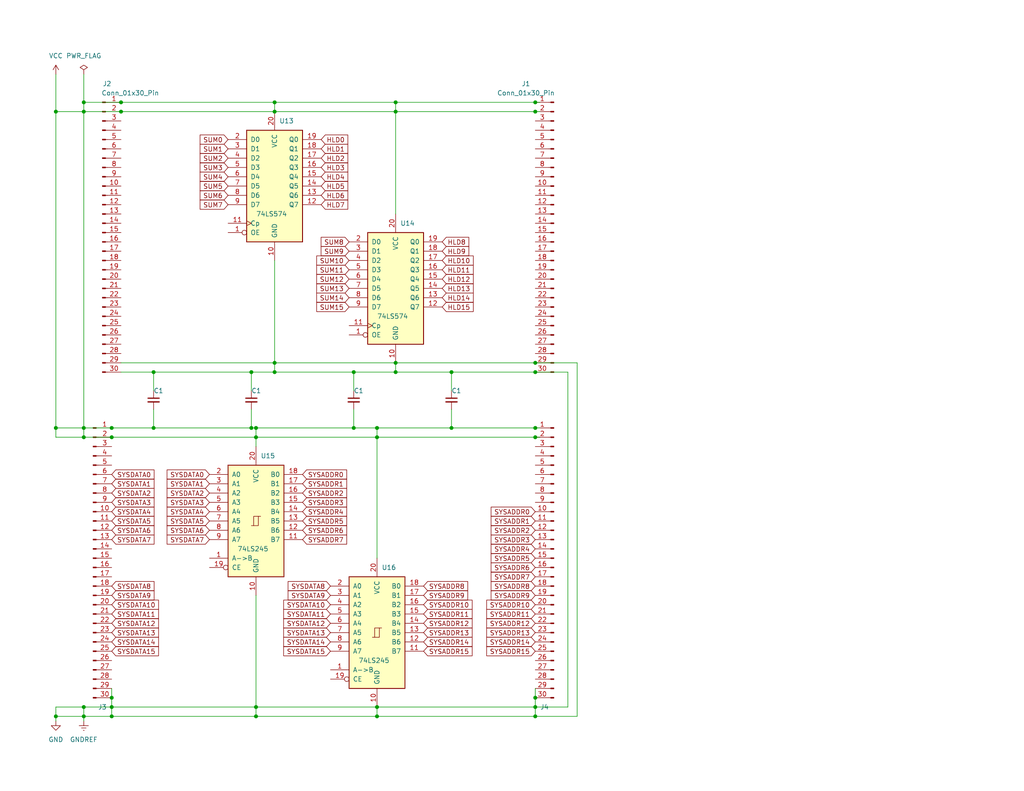
<source format=kicad_sch>
(kicad_sch (version 20230121) (generator eeschema)
  (paper "USLetter")
  (title_block (title "V502 Addressing Unit (Lower Half)"))
  (lib_symbols
    (symbol "74xx:74LS245" (pin_names (offset 1.016))
      (property "Reference" "U" (at -7.62 16.51 0))
      (property "Value" "74LS245" (at -7.62 -16.51 0))
      (symbol "74LS245_1_0"
        (polyline (pts (xy -0.635 -1.27) (xy -0.635 1.27) (xy 0.635 1.27)))
        (polyline (pts (xy -1.27 -1.27) (xy 0.635 -1.27) (xy 0.635 1.27) (xy 1.27 1.27)))
        (pin input line (at -12.7 -10.16 0) (length 5.08) (name "A->B") (number "1"))
        (pin power_in line (at 0 -20.32 90) (length 5.08) (name "GND") (number "10"))
        (pin tri_state line (at 12.7 -5.08 180) (length 5.08) (name "B7") (number "11"))
        (pin tri_state line (at 12.7 -2.54 180) (length 5.08) (name "B6") (number "12"))
        (pin tri_state line (at 12.7 0 180) (length 5.08) (name "B5") (number "13"))
        (pin tri_state line (at 12.7 2.54 180) (length 5.08) (name "B4") (number "14"))
        (pin tri_state line (at 12.7 5.08 180) (length 5.08) (name "B3") (number "15"))
        (pin tri_state line (at 12.7 7.62 180) (length 5.08) (name "B2") (number "16"))
        (pin tri_state line (at 12.7 10.16 180) (length 5.08) (name "B1") (number "17"))
        (pin tri_state line (at 12.7 12.7 180) (length 5.08) (name "B0") (number "18"))
        (pin input inverted (at -12.7 -12.7 0) (length 5.08) (name "CE") (number "19"))
        (pin tri_state line (at -12.7 12.7 0) (length 5.08) (name "A0") (number "2"))
        (pin power_in line (at 0 20.32 270) (length 5.08) (name "VCC") (number "20"))
        (pin tri_state line (at -12.7 10.16 0) (length 5.08) (name "A1") (number "3"))
        (pin tri_state line (at -12.7 7.62 0) (length 5.08) (name "A2") (number "4"))
        (pin tri_state line (at -12.7 5.08 0) (length 5.08) (name "A3") (number "5"))
        (pin tri_state line (at -12.7 2.54 0) (length 5.08) (name "A4") (number "6"))
        (pin tri_state line (at -12.7 0 0) (length 5.08) (name "A5") (number "7"))
        (pin tri_state line (at -12.7 -2.54 0) (length 5.08) (name "A6") (number "8"))
        (pin tri_state line (at -12.7 -5.08 0) (length 5.08) (name "A7") (number "9"))
      )
      (symbol "74LS245_1_1"
        (rectangle (start -7.62 15.24) (end 7.62 -15.24) (stroke (width 0.254)) (fill (type background)))
      )
    )
    (symbol "74xx:74LS574" (pin_names (offset 1.016))
      (property "Reference" "U" (at -7.62 16.51 0))
      (property "Value" "74LS574" (at -7.62 -16.51 0))
      (symbol "74LS574_1_0"
        (pin input inverted (at -12.7 -12.7 0) (length 5.08) (name "OE") (number "1"))
        (pin power_in line (at 0 -20.32 90) (length 5.08) (name "GND") (number "10"))
        (pin input clock (at -12.7 -10.16 0) (length 5.08) (name "Cp") (number "11"))
        (pin tri_state line (at 12.7 -5.08 180) (length 5.08) (name "Q7") (number "12"))
        (pin tri_state line (at 12.7 -2.54 180) (length 5.08) (name "Q6") (number "13"))
        (pin tri_state line (at 12.7 0 180) (length 5.08) (name "Q5") (number "14"))
        (pin tri_state line (at 12.7 2.54 180) (length 5.08) (name "Q4") (number "15"))
        (pin tri_state line (at 12.7 5.08 180) (length 5.08) (name "Q3") (number "16"))
        (pin tri_state line (at 12.7 7.62 180) (length 5.08) (name "Q2") (number "17"))
        (pin tri_state line (at 12.7 10.16 180) (length 5.08) (name "Q1") (number "18"))
        (pin tri_state line (at 12.7 12.7 180) (length 5.08) (name "Q0") (number "19"))
        (pin input line (at -12.7 12.7 0) (length 5.08) (name "D0") (number "2"))
        (pin power_in line (at 0 20.32 270) (length 5.08) (name "VCC") (number "20"))
        (pin input line (at -12.7 10.16 0) (length 5.08) (name "D1") (number "3"))
        (pin input line (at -12.7 7.62 0) (length 5.08) (name "D2") (number "4"))
        (pin input line (at -12.7 5.08 0) (length 5.08) (name "D3") (number "5"))
        (pin input line (at -12.7 2.54 0) (length 5.08) (name "D4") (number "6"))
        (pin input line (at -12.7 0 0) (length 5.08) (name "D5") (number "7"))
        (pin input line (at -12.7 -2.54 0) (length 5.08) (name "D6") (number "8"))
        (pin input line (at -12.7 -5.08 0) (length 5.08) (name "D7") (number "9"))
      )
      (symbol "74LS574_1_1"
        (rectangle (start -7.62 15.24) (end 7.62 -15.24) (stroke (width 0.254)) (fill (type background)))
      )
    )
    (symbol "Connector:Conn_01x30_Pin" (pin_names (offset 1.016) hide)
      (property "Reference" "J" (at 0 38.1 0))
      (property "Value" "Conn_01x30_Pin" (at 0 -40.64 0))
      (symbol "Conn_01x30_Pin_1_1"
        (polyline (pts (xy 1.27 -38.1) (xy 0.8636 -38.1)) (stroke (width 0.1524)))
        (polyline (pts (xy 1.27 -35.56) (xy 0.8636 -35.56)) (stroke (width 0.1524)))
        (polyline (pts (xy 1.27 -33.02) (xy 0.8636 -33.02)) (stroke (width 0.1524)))
        (polyline (pts (xy 1.27 -30.48) (xy 0.8636 -30.48)) (stroke (width 0.1524)))
        (polyline (pts (xy 1.27 -27.94) (xy 0.8636 -27.94)) (stroke (width 0.1524)))
        (polyline (pts (xy 1.27 -25.4) (xy 0.8636 -25.4)) (stroke (width 0.1524)))
        (polyline (pts (xy 1.27 -22.86) (xy 0.8636 -22.86)) (stroke (width 0.1524)))
        (polyline (pts (xy 1.27 -20.32) (xy 0.8636 -20.32)) (stroke (width 0.1524)))
        (polyline (pts (xy 1.27 -17.78) (xy 0.8636 -17.78)) (stroke (width 0.1524)))
        (polyline (pts (xy 1.27 -15.24) (xy 0.8636 -15.24)) (stroke (width 0.1524)))
        (polyline (pts (xy 1.27 -12.7) (xy 0.8636 -12.7)) (stroke (width 0.1524)))
        (polyline (pts (xy 1.27 -10.16) (xy 0.8636 -10.16)) (stroke (width 0.1524)))
        (polyline (pts (xy 1.27 -7.62) (xy 0.8636 -7.62)) (stroke (width 0.1524)))
        (polyline (pts (xy 1.27 -5.08) (xy 0.8636 -5.08)) (stroke (width 0.1524)))
        (polyline (pts (xy 1.27 -2.54) (xy 0.8636 -2.54)) (stroke (width 0.1524)))
        (polyline (pts (xy 1.27 0) (xy 0.8636 0)) (stroke (width 0.1524)))
        (polyline (pts (xy 1.27 2.54) (xy 0.8636 2.54)) (stroke (width 0.1524)))
        (polyline (pts (xy 1.27 5.08) (xy 0.8636 5.08)) (stroke (width 0.1524)))
        (polyline (pts (xy 1.27 7.62) (xy 0.8636 7.62)) (stroke (width 0.1524)))
        (polyline (pts (xy 1.27 10.16) (xy 0.8636 10.16)) (stroke (width 0.1524)))
        (polyline (pts (xy 1.27 12.7) (xy 0.8636 12.7)) (stroke (width 0.1524)))
        (polyline (pts (xy 1.27 15.24) (xy 0.8636 15.24)) (stroke (width 0.1524)))
        (polyline (pts (xy 1.27 17.78) (xy 0.8636 17.78)) (stroke (width 0.1524)))
        (polyline (pts (xy 1.27 20.32) (xy 0.8636 20.32)) (stroke (width 0.1524)))
        (polyline (pts (xy 1.27 22.86) (xy 0.8636 22.86)) (stroke (width 0.1524)))
        (polyline (pts (xy 1.27 25.4) (xy 0.8636 25.4)) (stroke (width 0.1524)))
        (polyline (pts (xy 1.27 27.94) (xy 0.8636 27.94)) (stroke (width 0.1524)))
        (polyline (pts (xy 1.27 30.48) (xy 0.8636 30.48)) (stroke (width 0.1524)))
        (polyline (pts (xy 1.27 33.02) (xy 0.8636 33.02)) (stroke (width 0.1524)))
        (polyline (pts (xy 1.27 35.56) (xy 0.8636 35.56)) (stroke (width 0.1524)))
        (rectangle (start 0.8636 -37.973) (end 0 -38.227) (stroke (width 0.1524)) (fill (type outline)))
        (rectangle (start 0.8636 -35.433) (end 0 -35.687) (stroke (width 0.1524)) (fill (type outline)))
        (rectangle (start 0.8636 -32.893) (end 0 -33.147) (stroke (width 0.1524)) (fill (type outline)))
        (rectangle (start 0.8636 -30.353) (end 0 -30.607) (stroke (width 0.1524)) (fill (type outline)))
        (rectangle (start 0.8636 -27.813) (end 0 -28.067) (stroke (width 0.1524)) (fill (type outline)))
        (rectangle (start 0.8636 -25.273) (end 0 -25.527) (stroke (width 0.1524)) (fill (type outline)))
        (rectangle (start 0.8636 -22.733) (end 0 -22.987) (stroke (width 0.1524)) (fill (type outline)))
        (rectangle (start 0.8636 -20.193) (end 0 -20.447) (stroke (width 0.1524)) (fill (type outline)))
        (rectangle (start 0.8636 -17.653) (end 0 -17.907) (stroke (width 0.1524)) (fill (type outline)))
        (rectangle (start 0.8636 -15.113) (end 0 -15.367) (stroke (width 0.1524)) (fill (type outline)))
        (rectangle (start 0.8636 -12.573) (end 0 -12.827) (stroke (width 0.1524)) (fill (type outline)))
        (rectangle (start 0.8636 -10.033) (end 0 -10.287) (stroke (width 0.1524)) (fill (type outline)))
        (rectangle (start 0.8636 -7.493) (end 0 -7.747) (stroke (width 0.1524)) (fill (type outline)))
        (rectangle (start 0.8636 -4.953) (end 0 -5.207) (stroke (width 0.1524)) (fill (type outline)))
        (rectangle (start 0.8636 -2.413) (end 0 -2.667) (stroke (width 0.1524)) (fill (type outline)))
        (rectangle (start 0.8636 0.127) (end 0 -0.127) (stroke (width 0.1524)) (fill (type outline)))
        (rectangle (start 0.8636 2.667) (end 0 2.413) (stroke (width 0.1524)) (fill (type outline)))
        (rectangle (start 0.8636 5.207) (end 0 4.953) (stroke (width 0.1524)) (fill (type outline)))
        (rectangle (start 0.8636 7.747) (end 0 7.493) (stroke (width 0.1524)) (fill (type outline)))
        (rectangle (start 0.8636 10.287) (end 0 10.033) (stroke (width 0.1524)) (fill (type outline)))
        (rectangle (start 0.8636 12.827) (end 0 12.573) (stroke (width 0.1524)) (fill (type outline)))
        (rectangle (start 0.8636 15.367) (end 0 15.113) (stroke (width 0.1524)) (fill (type outline)))
        (rectangle (start 0.8636 17.907) (end 0 17.653) (stroke (width 0.1524)) (fill (type outline)))
        (rectangle (start 0.8636 20.447) (end 0 20.193) (stroke (width 0.1524)) (fill (type outline)))
        (rectangle (start 0.8636 22.987) (end 0 22.733) (stroke (width 0.1524)) (fill (type outline)))
        (rectangle (start 0.8636 25.527) (end 0 25.273) (stroke (width 0.1524)) (fill (type outline)))
        (rectangle (start 0.8636 28.067) (end 0 27.813) (stroke (width 0.1524)) (fill (type outline)))
        (rectangle (start 0.8636 30.607) (end 0 30.353) (stroke (width 0.1524)) (fill (type outline)))
        (rectangle (start 0.8636 33.147) (end 0 32.893) (stroke (width 0.1524)) (fill (type outline)))
        (rectangle (start 0.8636 35.687) (end 0 35.433) (stroke (width 0.1524)) (fill (type outline)))
        (pin passive line (at 5.08 35.56 180) (length 3.81) (name "Pin_1") (number "1"))
        (pin passive line (at 5.08 12.7 180) (length 3.81) (name "Pin_10") (number "10"))
        (pin passive line (at 5.08 10.16 180) (length 3.81) (name "Pin_11") (number "11"))
        (pin passive line (at 5.08 7.62 180) (length 3.81) (name "Pin_12") (number "12"))
        (pin passive line (at 5.08 5.08 180) (length 3.81) (name "Pin_13") (number "13"))
        (pin passive line (at 5.08 2.54 180) (length 3.81) (name "Pin_14") (number "14"))
        (pin passive line (at 5.08 0 180) (length 3.81) (name "Pin_15") (number "15"))
        (pin passive line (at 5.08 -2.54 180) (length 3.81) (name "Pin_16") (number "16"))
        (pin passive line (at 5.08 -5.08 180) (length 3.81) (name "Pin_17") (number "17"))
        (pin passive line (at 5.08 -7.62 180) (length 3.81) (name "Pin_18") (number "18"))
        (pin passive line (at 5.08 -10.16 180) (length 3.81) (name "Pin_19") (number "19"))
        (pin passive line (at 5.08 33.02 180) (length 3.81) (name "Pin_2") (number "2"))
        (pin passive line (at 5.08 -12.7 180) (length 3.81) (name "Pin_20") (number "20"))
        (pin passive line (at 5.08 -15.24 180) (length 3.81) (name "Pin_21") (number "21"))
        (pin passive line (at 5.08 -17.78 180) (length 3.81) (name "Pin_22") (number "22"))
        (pin passive line (at 5.08 -20.32 180) (length 3.81) (name "Pin_23") (number "23"))
        (pin passive line (at 5.08 -22.86 180) (length 3.81) (name "Pin_24") (number "24"))
        (pin passive line (at 5.08 -25.4 180) (length 3.81) (name "Pin_25") (number "25"))
        (pin passive line (at 5.08 -27.94 180) (length 3.81) (name "Pin_26") (number "26"))
        (pin passive line (at 5.08 -30.48 180) (length 3.81) (name "Pin_27") (number "27"))
        (pin passive line (at 5.08 -33.02 180) (length 3.81) (name "Pin_28") (number "28"))
        (pin passive line (at 5.08 -35.56 180) (length 3.81) (name "Pin_29") (number "29"))
        (pin passive line (at 5.08 30.48 180) (length 3.81) (name "Pin_3") (number "3"))
        (pin passive line (at 5.08 -38.1 180) (length 3.81) (name "Pin_30") (number "30"))
        (pin passive line (at 5.08 27.94 180) (length 3.81) (name "Pin_4") (number "4"))
        (pin passive line (at 5.08 25.4 180) (length 3.81) (name "Pin_5") (number "5"))
        (pin passive line (at 5.08 22.86 180) (length 3.81) (name "Pin_6") (number "6"))
        (pin passive line (at 5.08 20.32 180) (length 3.81) (name "Pin_7") (number "7"))
        (pin passive line (at 5.08 17.78 180) (length 3.81) (name "Pin_8") (number "8"))
        (pin passive line (at 5.08 15.24 180) (length 3.81) (name "Pin_9") (number "9"))
      )
    )
    (symbol "Device:C_Small" (pin_numbers hide) (pin_names (offset 0.254) hide)
      (property "Reference" "C" (at 0.254 1.778 0))
      (property "Value" "C_Small" (at 0.254 -2.032 0))
      (symbol "C_Small_0_1"
        (polyline (pts (xy -1.524 -0.508) (xy 1.524 -0.508)) (stroke (width 0.3302)))
        (polyline (pts (xy -1.524 0.508) (xy 1.524 0.508)) (stroke (width 0.3048)))
      )
      (symbol "C_Small_1_1"
        (pin passive line (at 0 2.54 270) (length 2.032) (name "~") (number "1"))
        (pin passive line (at 0 -2.54 90) (length 2.032) (name "~") (number "2"))
      )
    )
    (symbol "power:GND" (power) (pin_names (offset 0))
      (property "Value" "GND" (at 0 -3.81 0))
      (symbol "GND_0_1"
        (polyline (pts (xy 0 0) (xy 0 -1.27) (xy 1.27 -1.27) (xy 0 -2.54) (xy -1.27 -1.27) (xy 0 -1.27)))
      )
      (symbol "GND_1_1"
        (pin power_in line (at 0 0 270) (length 0) hide (name "GND") (number "1"))
      )
    )
    (symbol "power:GNDREF" (power) (pin_names (offset 0))
      (property "Value" "GNDREF" (at 0 -3.81 0))
      (symbol "GNDREF_0_1"
        (polyline (pts (xy -0.635 -1.905) (xy 0.635 -1.905)))
        (polyline (pts (xy -0.127 -2.54) (xy 0.127 -2.54)))
        (polyline (pts (xy 0 -1.27) (xy 0 0)))
        (polyline (pts (xy 1.27 -1.27) (xy -1.27 -1.27)))
      )
      (symbol "GNDREF_1_1"
        (pin power_in line (at 0 0 270) (length 0) hide (name "GNDREF") (number "1"))
      )
    )
    (symbol "power:PWR_FLAG" (power) (pin_numbers hide) (pin_names (offset 0) hide)
      (property "Value" "PWR_FLAG" (at 0 3.81 0))
      (symbol "PWR_FLAG_0_0"
        (pin power_out line (at 0 0 90) (length 0) (name "pwr") (number "1"))
      )
      (symbol "PWR_FLAG_0_1"
        (polyline (pts (xy 0 0) (xy 0 1.27) (xy -1.016 1.905) (xy 0 2.54) (xy 1.016 1.905) (xy 0 1.27)))
      )
    )
    (symbol "power:VCC" (power) (pin_names (offset 0))
      (property "Value" "VCC" (at 0 3.81 0))
      (symbol "VCC_0_1"
        (polyline (pts (xy -0.762 1.27) (xy 0 2.54)))
        (polyline (pts (xy 0 0) (xy 0 2.54)))
        (polyline (pts (xy 0 2.54) (xy 0.762 1.27)))
      )
      (symbol "VCC_1_1"
        (pin power_in line (at 0 0 90) (length 0) hide (name "VCC") (number "1"))
      )
    )
  )
  (junction (at 107.95 27.94))
  (junction (at 15.24 30.48))
  (junction (at 102.87 195.58))
  (junction (at 30.48 116.84))
  (junction (at 15.24 195.58))
  (junction (at 68.58 101.6))
  (junction (at 146.05 195.58))
  (junction (at 146.05 101.6))
  (junction (at 69.85 119.38))
  (junction (at 22.86 27.94))
  (junction (at 41.91 101.6))
  (junction (at 30.48 190.5))
  (junction (at 69.85 195.58))
  (junction (at 74.93 99.06))
  (junction (at 102.87 193.04))
  (junction (at 74.93 101.6))
  (junction (at 102.87 119.38))
  (junction (at 22.86 30.48))
  (junction (at 22.86 195.58))
  (junction (at 146.05 99.06))
  (junction (at 69.85 193.04))
  (junction (at 15.24 116.84))
  (junction (at 33.02 27.94))
  (junction (at 146.05 119.38))
  (junction (at 74.93 27.94))
  (junction (at 96.52 101.6))
  (junction (at 74.93 30.48))
  (junction (at 96.52 116.84))
  (junction (at 22.86 193.04))
  (junction (at 30.48 119.38))
  (junction (at 107.95 30.48))
  (junction (at 41.91 116.84))
  (junction (at 33.02 30.48))
  (junction (at 68.58 116.84))
  (junction (at 146.05 193.04))
  (junction (at 146.05 190.5))
  (junction (at 107.95 101.6))
  (junction (at 30.48 193.04))
  (junction (at 22.86 116.84))
  (junction (at 30.48 195.58))
  (junction (at 107.95 99.06))
  (junction (at 123.19 116.84))
  (junction (at 22.86 119.38))
  (junction (at 146.05 30.48))
  (junction (at 102.87 116.84))
  (junction (at 146.05 116.84))
  (junction (at 69.85 116.84))
  (junction (at 123.19 101.6))
  (junction (at 146.05 27.94))
  (wire (pts (xy 74.93 99.06) (xy 74.93 101.6)))
  (wire (pts (xy 22.86 116.84) (xy 22.86 119.38)))
  (wire (pts (xy 102.87 193.04) (xy 146.05 193.04)))
  (wire (pts (xy 22.86 27.94) (xy 22.86 30.48)))
  (wire (pts (xy 68.58 101.6) (xy 68.58 106.68)))
  (wire (pts (xy 22.86 116.84) (xy 30.48 116.84)))
  (wire (pts (xy 102.87 195.58) (xy 146.05 195.58)))
  (wire (pts (xy 74.93 27.94) (xy 74.93 30.48)))
  (wire (pts (xy 69.85 162.56) (xy 69.85 193.04)))
  (wire (pts (xy 146.05 101.6) (xy 154.94 101.6)))
  (wire (pts (xy 30.48 187.96) (xy 30.48 190.5)))
  (wire (pts (xy 22.86 193.04) (xy 22.86 195.58)))
  (wire (pts (xy 123.19 116.84) (xy 146.05 116.84)))
  (wire (pts (xy 15.24 116.84) (xy 22.86 116.84)))
  (wire (pts (xy 146.05 27.94) (xy 147.32 27.94)))
  (wire (pts (xy 68.58 116.84) (xy 69.85 116.84)))
  (wire (pts (xy 15.24 30.48) (xy 22.86 30.48)))
  (wire (pts (xy 15.24 119.38) (xy 22.86 119.38)))
  (wire (pts (xy 33.02 99.06) (xy 74.93 99.06)))
  (wire (pts (xy 102.87 193.04) (xy 102.87 195.58)))
  (wire (pts (xy 107.95 27.94) (xy 146.05 27.94)))
  (wire (pts (xy 33.02 27.94) (xy 74.93 27.94)))
  (wire (pts (xy 22.86 20.32) (xy 22.86 27.94)))
  (wire (pts (xy 74.93 99.06) (xy 107.95 99.06)))
  (wire (pts (xy 102.87 116.84) (xy 102.87 119.38)))
  (wire (pts (xy 69.85 193.04) (xy 102.87 193.04)))
  (wire (pts (xy 69.85 116.84) (xy 96.52 116.84)))
  (wire (pts (xy 157.48 195.58) (xy 157.48 99.06)))
  (wire (pts (xy 15.24 193.04) (xy 22.86 193.04)))
  (wire (pts (xy 41.91 111.76) (xy 41.91 116.84)))
  (wire (pts (xy 146.05 193.04) (xy 146.05 190.5)))
  (wire (pts (xy 107.95 30.48) (xy 146.05 30.48)))
  (wire (pts (xy 96.52 111.76) (xy 96.52 116.84)))
  (wire (pts (xy 30.48 190.5) (xy 30.48 193.04)))
  (wire (pts (xy 123.19 101.6) (xy 123.19 106.68)))
  (wire (pts (xy 69.85 116.84) (xy 69.85 119.38)))
  (wire (pts (xy 107.95 99.06) (xy 107.95 101.6)))
  (wire (pts (xy 96.52 101.6) (xy 96.52 106.68)))
  (wire (pts (xy 15.24 193.04) (xy 15.24 195.58)))
  (wire (pts (xy 30.48 195.58) (xy 69.85 195.58)))
  (wire (pts (xy 68.58 111.76) (xy 68.58 116.84)))
  (wire (pts (xy 102.87 119.38) (xy 146.05 119.38)))
  (wire (pts (xy 69.85 195.58) (xy 102.87 195.58)))
  (wire (pts (xy 41.91 116.84) (xy 68.58 116.84)))
  (wire (pts (xy 41.91 101.6) (xy 41.91 106.68)))
  (wire (pts (xy 22.86 30.48) (xy 33.02 30.48)))
  (wire (pts (xy 102.87 116.84) (xy 123.19 116.84)))
  (wire (pts (xy 30.48 119.38) (xy 69.85 119.38)))
  (wire (pts (xy 68.58 101.6) (xy 74.93 101.6)))
  (wire (pts (xy 30.48 119.38) (xy 22.86 119.38)))
  (wire (pts (xy 96.52 101.6) (xy 107.95 101.6)))
  (wire (pts (xy 146.05 187.96) (xy 146.05 190.5)))
  (wire (pts (xy 74.93 71.12) (xy 74.93 99.06)))
  (wire (pts (xy 15.24 119.38) (xy 15.24 116.84)))
  (wire (pts (xy 107.95 30.48) (xy 107.95 58.42)))
  (wire (pts (xy 74.93 101.6) (xy 96.52 101.6)))
  (wire (pts (xy 146.05 193.04) (xy 154.94 193.04)))
  (wire (pts (xy 74.93 27.94) (xy 107.95 27.94)))
  (wire (pts (xy 107.95 101.6) (xy 123.19 101.6)))
  (wire (pts (xy 146.05 195.58) (xy 157.48 195.58)))
  (wire (pts (xy 15.24 30.48) (xy 15.24 116.84)))
  (wire (pts (xy 123.19 111.76) (xy 123.19 116.84)))
  (wire (pts (xy 33.02 101.6) (xy 41.91 101.6)))
  (wire (pts (xy 96.52 116.84) (xy 102.87 116.84)))
  (wire (pts (xy 107.95 99.06) (xy 146.05 99.06)))
  (wire (pts (xy 22.86 27.94) (xy 33.02 27.94)))
  (wire (pts (xy 146.05 99.06) (xy 157.48 99.06)))
  (wire (pts (xy 154.94 193.04) (xy 154.94 101.6)))
  (wire (pts (xy 69.85 119.38) (xy 102.87 119.38)))
  (wire (pts (xy 30.48 195.58) (xy 30.48 193.04)))
  (wire (pts (xy 22.86 30.48) (xy 22.86 116.84)))
  (wire (pts (xy 69.85 193.04) (xy 69.85 195.58)))
  (wire (pts (xy 146.05 195.58) (xy 146.05 193.04)))
  (wire (pts (xy 41.91 101.6) (xy 68.58 101.6)))
  (wire (pts (xy 74.93 30.48) (xy 107.95 30.48)))
  (wire (pts (xy 22.86 196.85) (xy 22.86 195.58)))
  (wire (pts (xy 22.86 193.04) (xy 30.48 193.04)))
  (wire (pts (xy 123.19 101.6) (xy 146.05 101.6)))
  (wire (pts (xy 146.05 116.84) (xy 147.32 116.84)))
  (wire (pts (xy 30.48 193.04) (xy 69.85 193.04)))
  (wire (pts (xy 146.05 119.38) (xy 147.32 119.38)))
  (wire (pts (xy 30.48 116.84) (xy 41.91 116.84)))
  (wire (pts (xy 22.86 195.58) (xy 30.48 195.58)))
  (wire (pts (xy 102.87 119.38) (xy 102.87 152.4)))
  (wire (pts (xy 15.24 20.32) (xy 15.24 30.48)))
  (wire (pts (xy 33.02 30.48) (xy 74.93 30.48)))
  (wire (pts (xy 15.24 195.58) (xy 22.86 195.58)))
  (wire (pts (xy 107.95 27.94) (xy 107.95 30.48)))
  (wire (pts (xy 69.85 119.38) (xy 69.85 121.92)))
  (wire (pts (xy 146.05 30.48) (xy 147.32 30.48)))
  (wire (pts (xy 15.24 196.85) (xy 15.24 195.58)))
  (global_label "SYSADDR9" (shape input) (at 146.05 162.56 180) (property "Intersheetrefs" "${INTERSHEET_REFS}" (effects hide)))
  (global_label "SYSADDR4" (shape input) (at 146.05 149.86 180) (property "Intersheetrefs" "${INTERSHEET_REFS}" (effects hide)))
  (global_label "SYSADDR15" (shape input) (at 146.05 177.8 180) (property "Intersheetrefs" "${INTERSHEET_REFS}" (effects hide)))
  (global_label "SYSDATA3" (shape input) (at 57.15 137.16 180) (property "Intersheetrefs" "${INTERSHEET_REFS}" (effects hide)))
  (global_label "HLD4" (shape input) (at 87.63 48.26 0) (property "Intersheetrefs" "${INTERSHEET_REFS}" (effects hide)))
  (global_label "SYSADDR3" (shape input) (at 82.55 137.16 0) (property "Intersheetrefs" "${INTERSHEET_REFS}" (effects hide)))
  (global_label "SYSADDR11" (shape input) (at 146.05 167.64 180) (property "Intersheetrefs" "${INTERSHEET_REFS}" (effects hide)))
  (global_label "HLD3" (shape input) (at 87.63 45.72 0) (property "Intersheetrefs" "${INTERSHEET_REFS}" (effects hide)))
  (global_label "SYSADDR8" (shape input) (at 115.57 160.02 0) (property "Intersheetrefs" "${INTERSHEET_REFS}" (effects hide)))
  (global_label "SUM10" (shape input) (at 95.25 71.12 180) (property "Intersheetrefs" "${INTERSHEET_REFS}" (effects hide)))
  (global_label "HLD15" (shape input) (at 120.65 83.82 0) (property "Intersheetrefs" "${INTERSHEET_REFS}" (effects hide)))
  (global_label "SYSADDR2" (shape input) (at 82.55 134.62 0) (property "Intersheetrefs" "${INTERSHEET_REFS}" (effects hide)))
  (global_label "SYSADDR5" (shape input) (at 82.55 142.24 0) (property "Intersheetrefs" "${INTERSHEET_REFS}" (effects hide)))
  (global_label "SYSDATA9" (shape input) (at 90.17 162.56 180) (property "Intersheetrefs" "${INTERSHEET_REFS}" (effects hide)))
  (global_label "HLD9" (shape input) (at 120.65 68.58 0) (property "Intersheetrefs" "${INTERSHEET_REFS}" (effects hide)))
  (global_label "SUM12" (shape input) (at 95.25 76.2 180) (property "Intersheetrefs" "${INTERSHEET_REFS}" (effects hide)))
  (global_label "SYSDATA0" (shape input) (at 30.48 129.54 0) (property "Intersheetrefs" "${INTERSHEET_REFS}" (effects hide)))
  (global_label "SYSDATA12" (shape input) (at 30.48 170.18 0) (property "Intersheetrefs" "${INTERSHEET_REFS}" (effects hide)))
  (global_label "SYSADDR14" (shape input) (at 115.57 175.26 0) (property "Intersheetrefs" "${INTERSHEET_REFS}" (effects hide)))
  (global_label "SYSADDR5" (shape input) (at 146.05 152.4 180) (property "Intersheetrefs" "${INTERSHEET_REFS}" (effects hide)))
  (global_label "SYSDATA2" (shape input) (at 30.48 134.62 0) (property "Intersheetrefs" "${INTERSHEET_REFS}" (effects hide)))
  (global_label "SYSDATA4" (shape input) (at 57.15 139.7 180) (property "Intersheetrefs" "${INTERSHEET_REFS}" (effects hide)))
  (global_label "SUM9" (shape input) (at 95.25 68.58 180) (property "Intersheetrefs" "${INTERSHEET_REFS}" (effects hide)))
  (global_label "SUM14" (shape input) (at 95.25 81.28 180) (property "Intersheetrefs" "${INTERSHEET_REFS}" (effects hide)))
  (global_label "SYSADDR14" (shape input) (at 146.05 175.26 180) (property "Intersheetrefs" "${INTERSHEET_REFS}" (effects hide)))
  (global_label "HLD2" (shape input) (at 87.63 43.18 0) (property "Intersheetrefs" "${INTERSHEET_REFS}" (effects hide)))
  (global_label "SYSDATA15" (shape input) (at 30.48 177.8 0) (property "Intersheetrefs" "${INTERSHEET_REFS}" (effects hide)))
  (global_label "SYSDATA4" (shape input) (at 30.48 139.7 0) (property "Intersheetrefs" "${INTERSHEET_REFS}" (effects hide)))
  (global_label "HLD7" (shape input) (at 87.63 55.88 0) (property "Intersheetrefs" "${INTERSHEET_REFS}" (effects hide)))
  (global_label "SUM15" (shape input) (at 95.25 83.82 180) (property "Intersheetrefs" "${INTERSHEET_REFS}" (effects hide)))
  (global_label "SYSDATA6" (shape input) (at 30.48 144.78 0) (property "Intersheetrefs" "${INTERSHEET_REFS}" (effects hide)))
  (global_label "SYSDATA12" (shape input) (at 90.17 170.18 180) (property "Intersheetrefs" "${INTERSHEET_REFS}" (effects hide)))
  (global_label "HLD10" (shape input) (at 120.65 71.12 0) (property "Intersheetrefs" "${INTERSHEET_REFS}" (effects hide)))
  (global_label "SUM7" (shape input) (at 62.23 55.88 180) (property "Intersheetrefs" "${INTERSHEET_REFS}" (effects hide)))
  (global_label "SYSDATA5" (shape input) (at 57.15 142.24 180) (property "Intersheetrefs" "${INTERSHEET_REFS}" (effects hide)))
  (global_label "SYSADDR1" (shape input) (at 146.05 142.24 180) (property "Intersheetrefs" "${INTERSHEET_REFS}" (effects hide)))
  (global_label "SUM3" (shape input) (at 62.23 45.72 180) (property "Intersheetrefs" "${INTERSHEET_REFS}" (effects hide)))
  (global_label "SYSADDR10" (shape input) (at 115.57 165.1 0) (property "Intersheetrefs" "${INTERSHEET_REFS}" (effects hide)))
  (global_label "SYSDATA7" (shape input) (at 30.48 147.32 0) (property "Intersheetrefs" "${INTERSHEET_REFS}" (effects hide)))
  (global_label "SYSADDR8" (shape input) (at 146.05 160.02 180) (property "Intersheetrefs" "${INTERSHEET_REFS}" (effects hide)))
  (global_label "SYSADDR2" (shape input) (at 146.05 144.78 180) (property "Intersheetrefs" "${INTERSHEET_REFS}" (effects hide)))
  (global_label "SYSADDR11" (shape input) (at 115.57 167.64 0) (property "Intersheetrefs" "${INTERSHEET_REFS}" (effects hide)))
  (global_label "SYSADDR4" (shape input) (at 82.55 139.7 0) (property "Intersheetrefs" "${INTERSHEET_REFS}" (effects hide)))
  (global_label "SUM6" (shape input) (at 62.23 53.34 180) (property "Intersheetrefs" "${INTERSHEET_REFS}" (effects hide)))
  (global_label "SYSADDR1" (shape input) (at 82.55 132.08 0) (property "Intersheetrefs" "${INTERSHEET_REFS}" (effects hide)))
  (global_label "SYSADDR10" (shape input) (at 146.05 165.1 180) (property "Intersheetrefs" "${INTERSHEET_REFS}" (effects hide)))
  (global_label "HLD5" (shape input) (at 87.63 50.8 0) (property "Intersheetrefs" "${INTERSHEET_REFS}" (effects hide)))
  (global_label "SYSDATA11" (shape input) (at 90.17 167.64 180) (property "Intersheetrefs" "${INTERSHEET_REFS}" (effects hide)))
  (global_label "SUM11" (shape input) (at 95.25 73.66 180) (property "Intersheetrefs" "${INTERSHEET_REFS}" (effects hide)))
  (global_label "HLD0" (shape input) (at 87.63 38.1 0) (property "Intersheetrefs" "${INTERSHEET_REFS}" (effects hide)))
  (global_label "SYSDATA3" (shape input) (at 30.48 137.16 0) (property "Intersheetrefs" "${INTERSHEET_REFS}" (effects hide)))
  (global_label "SYSADDR7" (shape input) (at 146.05 157.48 180) (property "Intersheetrefs" "${INTERSHEET_REFS}" (effects hide)))
  (global_label "SYSDATA6" (shape input) (at 57.15 144.78 180) (property "Intersheetrefs" "${INTERSHEET_REFS}" (effects hide)))
  (global_label "SYSDATA10" (shape input) (at 90.17 165.1 180) (property "Intersheetrefs" "${INTERSHEET_REFS}" (effects hide)))
  (global_label "SYSDATA0" (shape input) (at 57.15 129.54 180) (property "Intersheetrefs" "${INTERSHEET_REFS}" (effects hide)))
  (global_label "SUM13" (shape input) (at 95.25 78.74 180) (property "Intersheetrefs" "${INTERSHEET_REFS}" (effects hide)))
  (global_label "HLD12" (shape input) (at 120.65 76.2 0) (property "Intersheetrefs" "${INTERSHEET_REFS}" (effects hide)))
  (global_label "SUM1" (shape input) (at 62.23 40.64 180) (property "Intersheetrefs" "${INTERSHEET_REFS}" (effects hide)))
  (global_label "SYSADDR15" (shape input) (at 115.57 177.8 0) (property "Intersheetrefs" "${INTERSHEET_REFS}" (effects hide)))
  (global_label "SYSDATA11" (shape input) (at 30.48 167.64 0) (property "Intersheetrefs" "${INTERSHEET_REFS}" (effects hide)))
  (global_label "SYSADDR0" (shape input) (at 146.05 139.7 180) (property "Intersheetrefs" "${INTERSHEET_REFS}" (effects hide)))
  (global_label "HLD8" (shape input) (at 120.65 66.04 0) (property "Intersheetrefs" "${INTERSHEET_REFS}" (effects hide)))
  (global_label "SYSADDR13" (shape input) (at 115.57 172.72 0) (property "Intersheetrefs" "${INTERSHEET_REFS}" (effects hide)))
  (global_label "SYSDATA14" (shape input) (at 90.17 175.26 180) (property "Intersheetrefs" "${INTERSHEET_REFS}" (effects hide)))
  (global_label "SYSADDR12" (shape input) (at 115.57 170.18 0) (property "Intersheetrefs" "${INTERSHEET_REFS}" (effects hide)))
  (global_label "HLD11" (shape input) (at 120.65 73.66 0) (property "Intersheetrefs" "${INTERSHEET_REFS}" (effects hide)))
  (global_label "SYSADDR0" (shape input) (at 82.55 129.54 0) (property "Intersheetrefs" "${INTERSHEET_REFS}" (effects hide)))
  (global_label "SYSDATA14" (shape input) (at 30.48 175.26 0) (property "Intersheetrefs" "${INTERSHEET_REFS}" (effects hide)))
  (global_label "SYSADDR9" (shape input) (at 115.57 162.56 0) (property "Intersheetrefs" "${INTERSHEET_REFS}" (effects hide)))
  (global_label "SYSDATA7" (shape input) (at 57.15 147.32 180) (property "Intersheetrefs" "${INTERSHEET_REFS}" (effects hide)))
  (global_label "SYSDATA1" (shape input) (at 57.15 132.08 180) (property "Intersheetrefs" "${INTERSHEET_REFS}" (effects hide)))
  (global_label "SYSDATA1" (shape input) (at 30.48 132.08 0) (property "Intersheetrefs" "${INTERSHEET_REFS}" (effects hide)))
  (global_label "SUM0" (shape input) (at 62.23 38.1 180) (property "Intersheetrefs" "${INTERSHEET_REFS}" (effects hide)))
  (global_label "SYSDATA9" (shape input) (at 30.48 162.56 0) (property "Intersheetrefs" "${INTERSHEET_REFS}" (effects hide)))
  (global_label "SUM2" (shape input) (at 62.23 43.18 180) (property "Intersheetrefs" "${INTERSHEET_REFS}" (effects hide)))
  (global_label "SYSDATA8" (shape input) (at 90.17 160.02 180) (property "Intersheetrefs" "${INTERSHEET_REFS}" (effects hide)))
  (global_label "SYSDATA13" (shape input) (at 90.17 172.72 180) (property "Intersheetrefs" "${INTERSHEET_REFS}" (effects hide)))
  (global_label "SYSADDR6" (shape input) (at 82.55 144.78 0) (property "Intersheetrefs" "${INTERSHEET_REFS}" (effects hide)))
  (global_label "SYSDATA2" (shape input) (at 57.15 134.62 180) (property "Intersheetrefs" "${INTERSHEET_REFS}" (effects hide)))
  (global_label "HLD6" (shape input) (at 87.63 53.34 0) (property "Intersheetrefs" "${INTERSHEET_REFS}" (effects hide)))
  (global_label "SUM4" (shape input) (at 62.23 48.26 180) (property "Intersheetrefs" "${INTERSHEET_REFS}" (effects hide)))
  (global_label "SUM5" (shape input) (at 62.23 50.8 180) (property "Intersheetrefs" "${INTERSHEET_REFS}" (effects hide)))
  (global_label "SYSADDR13" (shape input) (at 146.05 172.72 180) (property "Intersheetrefs" "${INTERSHEET_REFS}" (effects hide)))
  (global_label "SYSDATA10" (shape input) (at 30.48 165.1 0) (property "Intersheetrefs" "${INTERSHEET_REFS}" (effects hide)))
  (global_label "SYSADDR7" (shape input) (at 82.55 147.32 0) (property "Intersheetrefs" "${INTERSHEET_REFS}" (effects hide)))
  (global_label "HLD13" (shape input) (at 120.65 78.74 0) (property "Intersheetrefs" "${INTERSHEET_REFS}" (effects hide)))
  (global_label "SUM8" (shape input) (at 95.25 66.04 180) (property "Intersheetrefs" "${INTERSHEET_REFS}" (effects hide)))
  (global_label "HLD14" (shape input) (at 120.65 81.28 0) (property "Intersheetrefs" "${INTERSHEET_REFS}" (effects hide)))
  (global_label "SYSADDR6" (shape input) (at 146.05 154.94 180) (property "Intersheetrefs" "${INTERSHEET_REFS}" (effects hide)))
  (global_label "SYSADDR3" (shape input) (at 146.05 147.32 180) (property "Intersheetrefs" "${INTERSHEET_REFS}" (effects hide)))
  (global_label "SYSDATA15" (shape input) (at 90.17 177.8 180) (property "Intersheetrefs" "${INTERSHEET_REFS}" (effects hide)))
  (global_label "SYSDATA8" (shape input) (at 30.48 160.02 0) (property "Intersheetrefs" "${INTERSHEET_REFS}" (effects hide)))
  (global_label "HLD1" (shape input) (at 87.63 40.64 0) (property "Intersheetrefs" "${INTERSHEET_REFS}" (effects hide)))
  (global_label "SYSDATA5" (shape input) (at 30.48 142.24 0) (property "Intersheetrefs" "${INTERSHEET_REFS}" (effects hide)))
  (global_label "SYSDATA13" (shape input) (at 30.48 172.72 0) (property "Intersheetrefs" "${INTERSHEET_REFS}" (effects hide)))
  (global_label "SYSADDR12" (shape input) (at 146.05 170.18 180) (property "Intersheetrefs" "${INTERSHEET_REFS}" (effects hide)))
  (symbol (lib_id "Connector:Conn_01x30_Pin") (at 25.4 152.4 0) (unit 1)
    (property "Reference" "J3" (at 27.94 193.04 0))
    (property "Value" "Conn_01x30_Pin" (effects hide))
    (property "Footprint" "Connector_PinHeader_2.54mm:PinHeader_1x30_P2.54mm_Vertical" (effects hide))
  )
  (symbol (lib_id "74xx:74LS245") (at 102.87 172.72 0) (unit 1)
    (property "Reference" "U16" (at 104.14 154.94 0) (effects (justify left)))
    (property "Value" "74LS245" (at 97.79 180.34 0) (effects (justify left)))
    (property "Footprint" "Package_DIP:DIP-20_W7.62mm" (effects hide))
    (property "Datasheet" "http://www.ti.com/lit/gpn/sn74LS245" (effects hide))
  )
  (symbol (lib_id "Connector:Conn_01x30_Pin") (at 27.94 63.5 0) (unit 1)
    (property "Reference" "J2" (at 29.21 22.86 0))
    (property "Value" "Conn_01x30_Pin" (at 35.56 25.4 0))
    (property "Footprint" "Connector_PinHeader_2.54mm:PinHeader_1x30_P2.54mm_Vertical" (effects hide))
    (instances (project "V502" (path "" (reference "J2") (unit 1)) (path "" (reference "J1") (unit 1)) (path "" (reference "J1") (unit 1))))
  )
  (symbol (lib_id "power:VCC") (at 15.24 20.32 0) (unit 1)
    (property "Reference" "#PWR03" (effects hide))
    (property "Value" "VCC" (at 15.24 15.24 0))
    (instances (project "V502" (path "" (reference "#PWR03") (unit 1)) (path "" (reference "#PWR01") (unit 1)) (path "" (reference "#PWR06") (unit 1))))
  )
  (symbol (lib_id "Device:C_Small") (at 41.91 109.22 0) (unit 1)
    (property "Reference" "C1" (at 41.91 106.68 0) (effects (justify left)))
    (property "Value" "C_Small" (effects hide))
    (property "Footprint" "Capacitor_THT:C_Disc_D3.0mm_W2.0mm_P2.50mm" (effects hide))
    (instances (project "V502" (path "" (reference "C1") (unit 1)) (path "" (reference "C1") (unit 1)) (path "" (reference "C17") (unit 1))))
  )
  (symbol (lib_id "Connector:Conn_01x30_Pin") (at 151.13 63.5 0) (mirror y) (unit 1)
    (property "Reference" "J1" (at 143.51 22.86 0))
    (property "Value" "Conn_01x30_Pin" (at 143.51 25.4 0))
    (property "Footprint" "Connector_PinHeader_2.54mm:PinHeader_1x30_P2.54mm_Vertical" (effects hide))
    (instances (project "V502" (path "" (reference "J1") (unit 1)) (path "" (reference "J2") (unit 1)) (path "" (reference "J2") (unit 1))))
  )
  (symbol (lib_id "74xx:74LS574") (at 107.95 78.74 0) (unit 1)
    (property "Reference" "U14" (at 109.22 60.96 0) (effects (justify left)))
    (property "Value" "74LS574" (at 102.87 86.36 0) (effects (justify left)))
    (property "Footprint" "Package_DIP:DIP-20_W7.62mm" (effects hide))
    (property "Datasheet" "http://www.ti.com/lit/gpn/sn74LS574" (effects hide))
  )
  (symbol (lib_id "74xx:74LS245") (at 69.85 142.24 0) (unit 1)
    (property "Reference" "U15" (at 71.12 124.46 0) (effects (justify left)))
    (property "Value" "74LS245" (at 64.77 149.86 0) (effects (justify left)))
    (property "Footprint" "Package_DIP:DIP-20_W7.62mm" (effects hide))
    (property "Datasheet" "http://www.ti.com/lit/gpn/sn74LS245" (effects hide))
  )
  (symbol (lib_id "Connector:Conn_01x30_Pin") (at 151.13 152.4 0) (mirror y) (unit 1)
    (property "Reference" "J4" (at 148.59 193.04 0))
    (property "Value" "Conn_01x30_Pin" (effects hide))
    (property "Footprint" "Connector_PinHeader_2.54mm:PinHeader_1x30_P2.54mm_Vertical" (effects hide))
  )
  (symbol (lib_id "power:PWR_FLAG") (at 22.86 20.32 0) (unit 1)
    (property "Reference" "#FLG01" (effects hide))
    (property "Value" "PWR_FLAG" (at 22.86 15.24 0))
    (instances (project "V502" (path "" (reference "#FLG01") (unit 1)) (path "" (reference "#FLG01") (unit 1)) (path "" (reference "#FLG02") (unit 1))))
  )
  (symbol (lib_id "Device:C_Small") (at 96.52 109.22 0) (unit 1)
    (property "Reference" "C1" (at 96.52 106.68 0) (effects (justify left)))
    (property "Value" "C_Small" (effects hide))
    (property "Footprint" "Capacitor_THT:C_Disc_D3.0mm_W2.0mm_P2.50mm" (effects hide))
    (instances (project "V502" (path "" (reference "C1") (unit 1)) (path "" (reference "C1") (unit 1)) (path "" (reference "C19") (unit 1))))
  )
  (symbol (lib_id "Device:C_Small") (at 123.19 109.22 0) (unit 1)
    (property "Reference" "C1" (at 123.19 106.68 0) (effects (justify left)))
    (property "Value" "C_Small" (effects hide))
    (property "Footprint" "Capacitor_THT:C_Disc_D3.0mm_W2.0mm_P2.50mm" (effects hide))
    (instances (project "V502" (path "" (reference "C1") (unit 1)) (path "" (reference "C1") (unit 1)) (path "" (reference "C20") (unit 1))))
  )
  (symbol (lib_id "power:GND") (at 15.24 196.85 0) (unit 1)
    (property "Reference" "#PWR01" (effects hide))
    (property "Value" "GND" (at 15.24 201.93 0))
    (instances (project "V502" (path "" (reference "#PWR01") (unit 1)) (path "" (reference "#PWR02") (unit 1)) (path "" (reference "#PWR04") (unit 1))))
  )
  (symbol (lib_id "Device:C_Small") (at 68.58 109.22 0) (unit 1)
    (property "Reference" "C1" (at 68.58 106.68 0) (effects (justify left)))
    (property "Value" "C_Small" (effects hide))
    (property "Footprint" "Capacitor_THT:C_Disc_D3.0mm_W2.0mm_P2.50mm" (effects hide))
    (instances (project "V502" (path "" (reference "C1") (unit 1)) (path "" (reference "C1") (unit 1)) (path "" (reference "C18") (unit 1))))
  )
  (symbol (lib_id "power:GNDREF") (at 22.86 196.85 0) (unit 1)
    (property "Reference" "#PWR02" (effects hide))
    (property "Value" "GNDREF" (at 22.86 201.93 0))
    (instances (project "V502" (path "" (reference "#PWR02") (unit 1)) (path "" (reference "#PWR03") (unit 1)) (path "" (reference "#PWR05") (unit 1))))
  )
  (symbol (lib_id "74xx:74LS574") (at 74.93 50.8 0) (unit 1)
    (property "Reference" "U13" (at 76.2 33.02 0) (effects (justify left)))
    (property "Value" "74LS574" (at 69.85 58.42 0) (effects (justify left)))
    (property "Footprint" "Package_DIP:DIP-20_W7.62mm" (effects hide))
    (property "Datasheet" "http://www.ti.com/lit/gpn/sn74LS574" (effects hide))
  )
)
</source>
